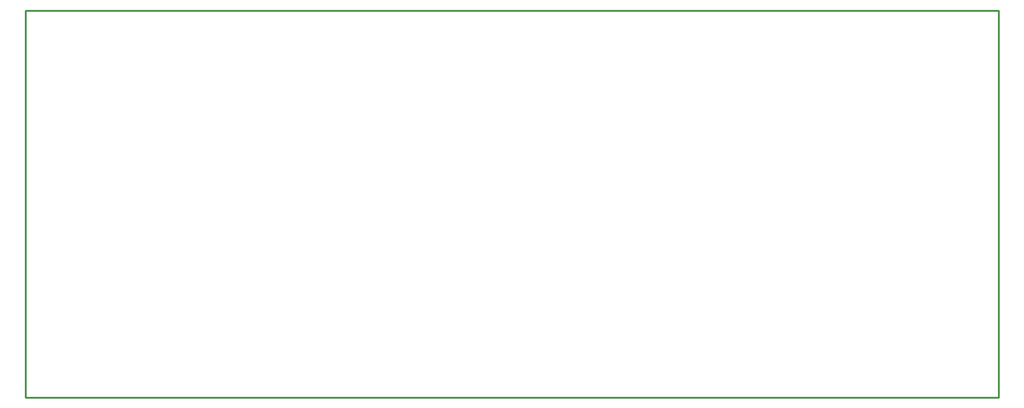
<source format=gko>
%FSAX43Y43*%
%MOMM*%
G71*
G01*
G75*
G04 Layer_Color=16711935*
%ADD10R,0.800X0.900*%
%ADD11R,0.900X0.800*%
%ADD12O,0.600X2.200*%
%ADD13R,0.508X1.500*%
%ADD14R,2.300X2.300*%
%ADD15R,1.200X1.400*%
%ADD16R,2.200X2.200*%
%ADD17O,1.800X0.300*%
%ADD18O,0.300X1.800*%
%ADD19R,2.540X1.016*%
%ADD20R,1.016X2.540*%
%ADD21R,1.200X0.300*%
%ADD22R,0.300X1.200*%
%ADD23R,2.032X0.635*%
%ADD24R,1.000X2.400*%
%ADD25R,3.300X2.400*%
%ADD26C,0.635*%
%ADD27C,0.254*%
%ADD28C,0.381*%
%ADD29C,0.508*%
%ADD30R,9.779X2.159*%
%ADD31R,7.874X1.778*%
%ADD32R,2.540X4.953*%
%ADD33R,2.286X7.874*%
%ADD34R,3.810X25.781*%
%ADD35R,2.794X2.794*%
%ADD36R,3.429X3.048*%
%ADD37R,3.937X3.937*%
%ADD38R,1.651X1.524*%
%ADD39R,2.032X2.009*%
%ADD40R,1.905X1.778*%
%ADD41R,1.778X1.524*%
%ADD42R,1.270X1.270*%
%ADD43R,3.429X4.953*%
%ADD44R,4.826X2.540*%
%ADD45R,1.397X1.524*%
%ADD46C,1.500*%
%ADD47R,1.500X1.500*%
%ADD48C,4.000*%
%ADD49C,0.762*%
%ADD50C,3.000*%
%ADD51C,0.508*%
%ADD52C,1.016*%
%ADD53C,1.524*%
%ADD54R,1.500X1.500*%
%ADD55C,3.810*%
%ADD56C,1.600*%
%ADD57C,4.760*%
%ADD58R,1.690X1.690*%
%ADD59C,1.690*%
%ADD60C,3.556*%
%ADD61R,1.524X1.524*%
%ADD62C,2.032*%
%ADD63C,1.270*%
%ADD64C,1.778*%
%ADD65C,2.000*%
%ADD66R,2.000X2.000*%
%ADD67R,1.000X1.300*%
%ADD68R,1.000X1.800*%
%ADD69R,2.794X2.540*%
%ADD70R,9.525X2.159*%
%ADD71R,3.937X3.683*%
%ADD72R,1.905X1.651*%
%ADD73R,1.397X1.397*%
%ADD74R,1.397X1.651*%
%ADD75R,2.921X2.794*%
%ADD76R,2.667X2.540*%
%ADD77C,0.250*%
%ADD78C,0.100*%
%ADD79C,0.600*%
%ADD80C,0.127*%
%ADD81C,0.200*%
%ADD82C,0.150*%
%ADD83R,1.003X1.103*%
%ADD84R,1.103X1.003*%
%ADD85O,0.803X2.403*%
%ADD86R,0.711X1.703*%
%ADD87R,2.503X2.503*%
%ADD88R,1.403X1.603*%
%ADD89O,2.003X0.503*%
%ADD90O,0.503X2.003*%
%ADD91R,2.743X1.219*%
%ADD92R,1.219X2.743*%
%ADD93R,1.403X0.503*%
%ADD94R,0.503X1.403*%
%ADD95R,2.235X0.838*%
%ADD96R,1.203X2.603*%
%ADD97R,3.503X2.603*%
%ADD98C,1.703*%
%ADD99R,1.703X1.703*%
%ADD100C,4.203*%
%ADD101C,0.965*%
%ADD102C,3.203*%
%ADD103C,0.711*%
%ADD104C,1.219*%
%ADD105C,1.727*%
%ADD106R,1.703X1.703*%
%ADD107C,4.013*%
%ADD108C,1.803*%
%ADD109C,4.963*%
%ADD110R,1.893X1.893*%
%ADD111C,1.893*%
%ADD112C,3.759*%
%ADD113R,1.727X1.727*%
%ADD114C,0.203*%
%ADD115C,2.235*%
%ADD116C,1.473*%
%ADD117C,1.981*%
%ADD118C,2.203*%
%ADD119R,2.203X2.203*%
%ADD120R,1.203X1.503*%
%ADD121R,1.203X2.003*%
%ADD122R,2.997X2.743*%
D27*
X0045085Y0111887D02*
X0177800D01*
Y0059055D02*
Y0111887D01*
X0045085Y0059055D02*
X0177800D01*
X0045085D02*
Y0111887D01*
M02*

</source>
